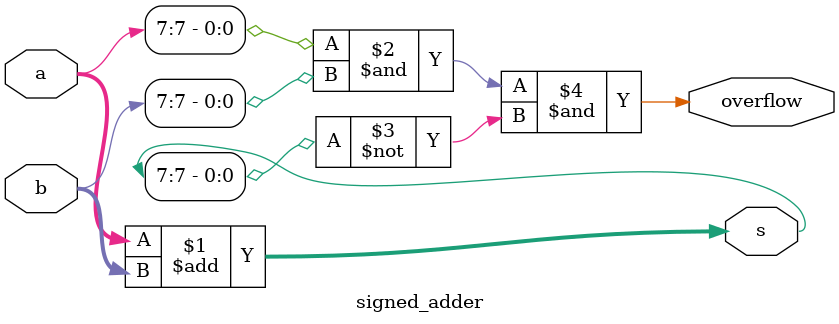
<source format=v>

module signed_adder(input [7:0] a,
    input [7:0] b,
    output [7:0] s,
    output overflow
); 

// The numbers a and b are added to the output s. 
// assign the occurence of the signed overflow of a and b to the output overflow.
// a signed overflow occurs if the most significant bits of a and b are low and the most significant bit of s is high
// a signed overflow may also occur if the most significant bits of a and b are high and the most significant bit of s is low

	assign s = a + b;
	assign overflow = a[7] & b[7] & ~s[7];
	
endmodule

</source>
